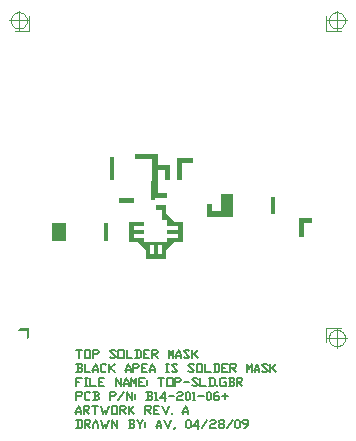
<source format=gbr>
G04 AutoGERB for AutoCAD 14/2000*
G04 RS274-X Output *
%FSLAX34Y34*%
%MOIN*%
%ADD12C,0.005000*%
%ADD13C,0.007000*%
%ADD14C,0.004500*%
%ADD15C,0.098000*%
%ADD16C,0.030000*%
%ADD17C,0.015000*%
%ADD18C,0.040000*%
%ADD19C,0.011904*%
G36*X-312Y0D02*X-396Y-90D01*X-90Y-90*X-90Y-396*X0Y-312*X0Y0*X-312Y0*G37*G54D14*X10248Y-75D02*X10206Y-78D01*X10166Y-87*X10126Y-104*X10090Y-126*X10058Y-153*X10031Y-185*X10008Y-221*X9992Y-260*X9982Y-302*X9978Y-343*G54D14*X9978Y-345D02*X9982Y-387D01*X9992Y-428*X10008Y-467*X10030Y-503*X10057Y-535*X10089Y-563*X10125Y-585*X10164Y-601*X10205Y-611*X10247Y-615*G54D14*X9900Y0D02*X10383Y0D01*G54D14*X10248Y-345D02*X9923Y-345D01*G54D14*X9900Y0D02*X9900Y-483D01*G54D14*X10248Y-615D02*X10291Y-611D01*X10331Y-601*X10371Y-585*X10407Y-563*X10439Y-536*X10466Y-504*X10489Y-468*X10505Y-429*X10515Y-388*X10518Y-346*G54D14*X10248Y-345D02*X10248Y-671D01*G54D14*X10518Y-345D02*X10515Y-302D01*X10505Y-261*X10490Y-222*X10467Y-186*X10440Y-154*X10408Y-127*X10372Y-104*X10333Y-88*X10292Y-78*X10250Y-75*G54D14*X10248Y-345D02*X10574Y-345D01*G54D14*X10248Y-345D02*X10248Y-19D01*G54D14*X-348Y10515D02*X-391Y10511D01*X-431Y10501*X-471Y10485*X-507Y10463*X-539Y10436*X-566Y10404*X-589Y10368*X-605Y10329*X-615Y10288*X-618Y10246*G54D14*X-618Y10245D02*X-615Y10202D01*X-605Y10161*X-590Y10122*X-567Y10086*X-540Y10054*X-508Y10027*X-472Y10004*X-433Y9988*X-392Y9978*X-350Y9975*G54D14*X-348Y10245D02*X-674Y10245D01*G54D14*X-348Y9975D02*X-306Y9978D01*X-266Y9987*X-226Y10004*X-190Y10026*X-158Y10053*X-131Y10085*X-108Y10121*X-92Y10160*X-82Y10202*X-78Y10243*G54D14*X-348Y10245D02*X-348Y9919D01*G54D14*X0Y9900D02*X0Y10383D01*G54D14*X0Y9900D02*X-483Y9900D01*G54D14*X-78Y10245D02*X-82Y10287D01*X-92Y10328*X-108Y10367*X-130Y10403*X-157Y10435*X-189Y10463*X-225Y10485*X-264Y10501*X-305Y10511*X-347Y10515*G54D14*X-348Y10245D02*X-23Y10245D01*G54D14*X-348Y10245D02*X-348Y10571D01*G54D14*X10518Y10245D02*X10515Y10287D01*X10505Y10328*X10490Y10367*X10467Y10403*X10440Y10435*X10408Y10463*X10372Y10485*X10333Y10501*X10292Y10511*X10250Y10515*G54D14*X10248Y9975D02*X10291Y9978D01*X10331Y9987*X10371Y10004*X10407Y10026*X10439Y10053*X10466Y10085*X10489Y10121*X10505Y10160*X10515Y10202*X10518Y10243*G54D14*X10248Y10245D02*X10574Y10245D01*G54D14*X9978Y10245D02*X9982Y
10202D01*X9992Y10161*X10008Y10122*X10030Y10086*X10057Y10054*X10089Y10027*X10125Y10004*X10164Y9988*X10205Y9978*X10247Y9975*G54D14*X10248Y10245D02*X10248Y9919D01*G54D14*X9900Y9900D02*X9900Y10383D01*G54D14*X9900Y9900D02*X10383Y9900D01*G54D14*X10248Y10515D02*X10206Y10511D01*X10166Y10501*X10126Y10485*X10090Y10463*X10058Y10436*X10031Y10404*X10008Y10368*X9992Y10329*X9982Y10288*X9978Y10246*G54D14*X10248Y10245D02*X9923Y10245D01*G54D14*X10248Y10245D02*X10248Y10571D01*G54D13*X1569Y-2874D02*X1569Y-2781D01*X1646Y-2594*X1723Y-2781*X1723Y-2874*G54D13*X1537Y-2797D02*X1723Y-2797D01*G54D13*X1816Y-2874D02*X1816Y-2594D01*X1956Y-2594*X2003Y-2641*X2003Y-2688*X1956Y-2735*X1816Y-2735*G54D13*X1863Y-2735D02*X2003Y-2874D01*G54D13*X2096Y-2594D02*X2283Y-2595D01*G54D13*X2190Y-2594D02*X2190Y-2874D01*G54D13*X2376Y-2594D02*X2470Y-2874D01*X2516Y-2735*X2563Y-2874*X2656Y-2594*G54D13*X2750Y-2874D02*X2750Y-2594D01*X2936Y-2594*X2936Y-2874*X2750Y-2874*G54D13*X3030Y-2874D02*X3030Y-2594D01*X3170Y-2594*X3216Y-2641*X3216Y-2688*X3170Y-2735*X3030Y-2735*G54D13*X3076Y-2735D02*X3216Y-2874D01*G54D13*X3310Y-2874D02*X3310Y-2594D01*G54D13*X3496Y-2594D02*X3356Y-2735D01*X3310Y-2735*G54D13*X3356Y-2735D02*X3496Y-2874D01*G54D13*X3870Y-2874D02*X3870Y-2594D01*X4010Y-2594*X4056Y-2641*X4056Y-2688*X4010Y-2735*X3870Y-2735*G54D13*X3916Y-2735D02*X4056Y-2874D01*G54D13*X4150Y-2874D02*X4150Y-2594D01*X4336Y-2594*G54D13*X4150Y-2734D02*X4243Y-2734D01*G54D13*X4150Y-2874D02*X4336Y-2874D01*G54D13*X4430Y-2594D02*X4546Y-2874D01*X4662Y-2594*G54D13*X4755Y-2874D02*X4755Y-2828D01*G54D13*X5128Y-2874D02*X5128Y-2781D01*X5206Y-2595*X5283Y-2781*X5283Y-2874*G54D13*X5096Y-2797D02*X5283Y-2797D01*G54D13*X1569Y-3341D02*X1709Y-3341D01*X1755Y-3295*X1755Y-3108*X1709Y-3061*X1569Y-3061*G54D13*X1615Y-3061D02*X1615Y-3341D01*G54D13*X1849Y-3341D02*X1849Y-3061D01*X1989Y-3061*X2035Y-3108*X2035Y-3155*X1989Y-3202*X1849Y-3202*G54D13*X1895Y-3202D02*X2035Y-3341D01*G54D13*X2129Y-3341D02*X2129Y-3248D01*X2206Y-3061*X2283Y-3248*X2283Y-3341*G54D13*X2096Y-3264D02*X2283Y-3264D0
1*G54D13*X2376Y-3061D02*X2470Y-3341D01*X2516Y-3202*X2563Y-3341*X2656Y-3061*G54D13*X2750Y-3341D02*X2750Y-3061D01*X2936Y-3341*X2936Y-3061*G54D13*X3310Y-3341D02*X3450Y-3341D01*X3496Y-3295*X3496Y-3248*X3450Y-3201*X3356Y-3201*G54D13*X3450Y-3201D02*X3496Y-3155D01*X3496Y-3108*X3450Y-3061*X3310Y-3061*G54D13*X3356Y-3061D02*X3356Y-3341D01*G54D13*X3590Y-3061D02*X3683Y-3201D01*X3683Y-3341*G54D13*X3683Y-3201D02*X3776Y-3061D01*G54D13*X3870Y-3155D02*X3870Y-3202D01*G54D13*X3870Y-3248D02*X3870Y-3295D01*G54D13*X4243Y-3341D02*X4243Y-3248D01*X4320Y-3061*X4398Y-3248*X4398Y-3341*G54D13*X4211Y-3264D02*X4398Y-3264D01*G54D13*X4491Y-3061D02*X4607Y-3341D01*X4723Y-3061*G54D13*X4863Y-3295D02*X4863Y-3341D01*X4816Y-3387*G54D13*X5283Y-3341D02*X5236Y-3295D01*X5236Y-3108*X5283Y-3061*X5330Y-3061*X5376Y-3108*X5376Y-3295*X5330Y-3341*X5283Y-3341*G54D13*X5656Y-3264D02*X5470Y-3264D01*X5610Y-3078*X5610Y-3357*G54D13*X5750Y-3341D02*X5936Y-3061D01*G54D13*X6030Y-3108D02*X6076Y-3061D01*X6170Y-3061*X6216Y-3108*X6216Y-3155*X6170Y-3202*X6076Y-3202*X6030Y-3248*X6030Y-3341*X6216Y-3341*G54D13*X6356Y-3341D02*X6310Y-3295D01*X6310Y-3248*X6356Y-3201*X6450Y-3201*X6496Y-3155*X6496Y-3108*X6450Y-3061*X6356Y-3061*X6310Y-3108*X6310Y-3155*X6356Y-3201*G54D13*X6450Y-3201D02*X6496Y-3248D01*X6496Y-3295*X6450Y-3341*X6356Y-3341*G54D13*X6590Y-3341D02*X6776Y-3061D01*G54D13*X6916Y-3341D02*X6870Y-3295D01*X6870Y-3108*X6916Y-3061*X6963Y-3061*X7010Y-3108*X7010Y-3295*X6963Y-3341*X6916Y-3341*G54D13*X7150Y-3341D02*X7196Y-3341D01*X7290Y-3248*X7290Y-3108*X7243Y-3061*X7150Y-3061*X7103Y-3108*X7103Y-3155*X7150Y-3201*X7290Y-3201*G54D13*X1569Y-2408D02*X1569Y-2128D01*X1709Y-2129*X1755Y-2175*X1755Y-2222*X1709Y-2269*X1569Y-2269*G54D13*X2035Y-2362D02*X1989Y-2408D01*X1895Y-2408*X1849Y-2362*X1849Y-2175*X1895Y-2128*X1989Y-2128*X2035Y-2175*G54D13*X2129Y-2408D02*X2269Y-2408D01*X2315Y-2362*X2315Y-2315*X2269Y-2268*X2175Y-2268*G54D13*X2269Y-2268D02*X2315Y-2222D01*X2315Y-2175*X2269Y-2128*X2129Y-2128*G54D13*X2175Y-2128D02*X2175Y-2408D01*G54D13*X2689Y-2408D02*X2689
Y-2128D01*X2829Y-2128*X2875Y-2175*X2875Y-2222*X2829Y-2269*X2689Y-2269*G54D13*X2969Y-2408D02*X3155Y-2128D01*G54D13*X3249Y-2408D02*X3249Y-2128D01*X3435Y-2408*X3435Y-2128*G54D13*X3529Y-2222D02*X3529Y-2269D01*G54D13*X3529Y-2315D02*X3529Y-2362D01*G54D13*X3902Y-2408D02*X4042Y-2408D01*X4089Y-2362*X4089Y-2315*X4042Y-2268*X3949Y-2268*G54D13*X4042Y-2268D02*X4089Y-2222D01*X4089Y-2175*X4042Y-2128*X3902Y-2128*G54D13*X3948Y-2128D02*X3949Y-2408D01*G54D13*X4182Y-2175D02*X4229Y-2128D01*X4229Y-2408*G54D13*X4182Y-2408D02*X4275Y-2408D01*G54D13*X4555Y-2331D02*X4369Y-2331D01*X4509Y-2145*X4509Y-2424*G54D13*X4649Y-2268D02*X4835Y-2268D01*G54D13*X4929Y-2175D02*X4975Y-2128D01*X5069Y-2128*X5115Y-2175*X5115Y-2222*X5069Y-2269*X4975Y-2269*X4929Y-2315*X4929Y-2408*X5115Y-2408*G54D13*X5255Y-2408D02*X5209Y-2362D01*X5209Y-2175*X5255Y-2128*X5302Y-2128*X5349Y-2175*X5349Y-2362*X5302Y-2408*X5255Y-2408*G54D13*X5442Y-2175D02*X5489Y-2128D01*X5489Y-2408*G54D13*X5442Y-2408D02*X5535Y-2408D01*G54D13*X5629Y-2268D02*X5815Y-2268D01*G54D13*X5955Y-2408D02*X5909Y-2362D01*X5909Y-2175*X5955Y-2128*X6002Y-2128*X6049Y-2175*X6049Y-2362*X6002Y-2408*X5955Y-2408*G54D13*X6142Y-2268D02*X6282Y-2268D01*X6329Y-2315*X6328Y-2362*X6282Y-2408*X6189Y-2408*X6142Y-2362*X6142Y-2222*X6235Y-2128*X6282Y-2128*G54D13*X6515Y-2370D02*X6515Y-2183D01*G54D13*X6609Y-2277D02*X6422Y-2277D01*G54D13*X1569Y-1941D02*X1569Y-1661D01*X1755Y-1661*G54D13*X1569Y-1801D02*X1662Y-1801D01*G54D13*X1849Y-1661D02*X1942Y-1662D01*G54D13*X1895Y-1661D02*X1895Y-1941D01*G54D13*X1849Y-1941D02*X1942Y-1941D01*G54D13*X2035Y-1661D02*X2035Y-1941D01*X2222Y-1941*G54D13*X2315Y-1941D02*X2315Y-1661D01*X2502Y-1661*G54D13*X2315Y-1801D02*X2409Y-1801D01*G54D13*X2315Y-1941D02*X2502Y-1941D01*G54D13*X2875Y-1941D02*X2875Y-1661D01*X3062Y-1941*X3062Y-1661*G54D13*X3155Y-1941D02*X3155Y-1848D01*X3232Y-1661*X3310Y-1848*X3310Y-1941*G54D13*X3123Y-1864D02*X3310Y-1864D01*G54D13*X3403Y-1941D02*X3403Y-1661D01*X3480Y-1848*X3558Y-1661*X3558Y-1941*G54D13*X3651Y-1941D02*X3651Y-1661D01*X3838Y-1661*G54D13*X3651
Y-1802D02*X3744Y-1801D01*G54D13*X3651Y-1941D02*X3838Y-1941D01*G54D13*X3931Y-1755D02*X3931Y-1801D01*G54D13*X3931Y-1848D02*X3931Y-1895D01*G54D13*X4304Y-1661D02*X4491Y-1661D01*G54D13*X4398Y-1661D02*X4398Y-1941D01*G54D13*X4584Y-1941D02*X4584Y-1661D01*X4771Y-1661*X4771Y-1941*X4584Y-1941*G54D13*X4864Y-1941D02*X4864Y-1661D01*X5004Y-1661*X5051Y-1708*X5051Y-1755*X5004Y-1802*X4864Y-1802*G54D13*X5144Y-1801D02*X5331Y-1801D01*G54D13*X5424Y-1895D02*X5471Y-1941D01*X5564Y-1941*X5611Y-1895*X5424Y-1708*X5471Y-1661*X5564Y-1661*X5611Y-1708*G54D13*X5704Y-1662D02*X5704Y-1941D01*X5891Y-1941*G54D13*X5984Y-1941D02*X6124Y-1941D01*X6171Y-1895*X6171Y-1708*X6124Y-1661*X5984Y-1661*G54D13*X6031Y-1661D02*X6031Y-1941D01*G54D13*X6264Y-1941D02*X6264Y-1895D01*G54D13*X6498Y-1801D02*X6544Y-1801D01*X6544Y-1941*X6404Y-1941*X6358Y-1895*X6358Y-1708*X6404Y-1661*X6544Y-1661*G54D13*X6638Y-1941D02*X6778Y-1941D01*X6824Y-1895*X6824Y-1848*X6778Y-1801*X6684Y-1801*G54D13*X6778Y-1801D02*X6824Y-1755D01*X6824Y-1708*X6778Y-1661*X6638Y-1661*G54D13*X6684Y-1661D02*X6684Y-1941D01*G54D13*X6918Y-1941D02*X6918Y-1661D01*X7058Y-1661*X7104Y-1708*X7104Y-1755*X7058Y-1802*X6918Y-1802*G54D13*X6964Y-1802D02*X7104Y-1941D01*G54D13*X1569Y-1474D02*X1709Y-1474D01*X1755Y-1428*X1755Y-1381*X1709Y-1334*X1615Y-1334*G54D13*X1709Y-1334D02*X1755Y-1288D01*X1755Y-1241*X1709Y-1194*X1569Y-1194*G54D13*X1615Y-1194D02*X1615Y-1474D01*G54D13*X1849Y-1194D02*X1849Y-1474D01*X2035Y-1474*G54D13*X2129Y-1474D02*X2129Y-1381D01*X2206Y-1194*X2283Y-1381*X2283Y-1474*G54D13*X2096Y-1397D02*X2283Y-1397D01*G54D13*X2563Y-1428D02*X2516Y-1474D01*X2423Y-1474*X2376Y-1428*X2376Y-1241*X2423Y-1194*X2516Y-1194*X2563Y-1241*G54D13*X2656Y-1474D02*X2656Y-1194D01*G54D13*X2843Y-1195D02*X2703Y-1335D01*X2656Y-1335*G54D13*X2703Y-1335D02*X2843Y-1474D01*G54D13*X3216Y-1474D02*X3216Y-1381D01*X3294Y-1194*X3371Y-1381*X3371Y-1474*G54D13*X3184Y-1397D02*X3371Y-1397D01*G54D13*X3464Y-1474D02*X3464Y-1194D01*X3604Y-1194*X3651Y-1241*X3651Y-1288*X3604Y-1335*X3464Y-1335*G54D13*X3511Y-1335D02*X3651Y-1474D0
1*G54D13*X3744Y-1474D02*X3744Y-1194D01*X3931Y-1194*G54D13*X3744Y-1334D02*X3838Y-1334D01*G54D13*X3744Y-1474D02*X3931Y-1474D01*G54D13*X4024Y-1474D02*X4024Y-1381D01*X4102Y-1194*X4179Y-1381*X4179Y-1474*G54D13*X3992Y-1397D02*X4179Y-1397D01*G54D13*X4552Y-1194D02*X4646Y-1194D01*G54D13*X4599Y-1194D02*X4599Y-1474D01*G54D13*X4552Y-1474D02*X4646Y-1474D01*G54D13*X4739Y-1428D02*X4786Y-1474D01*X4879Y-1474*X4926Y-1428*X4739Y-1241*X4786Y-1194*X4879Y-1194*X4926Y-1241*G54D13*X5299Y-1428D02*X5346Y-1474D01*X5439Y-1474*X5486Y-1428*X5299Y-1241*X5346Y-1194*X5439Y-1194*X5486Y-1241*G54D13*X5579Y-1474D02*X5579Y-1194D01*X5766Y-1194*X5766Y-1474*X5579Y-1474*G54D13*X5859Y-1195D02*X5859Y-1474D01*X6046Y-1474*G54D13*X6139Y-1474D02*X6279Y-1474D01*X6326Y-1428*X6326Y-1241*X6279Y-1194*X6139Y-1194*G54D13*X6186Y-1194D02*X6186Y-1474D01*G54D13*X6419Y-1474D02*X6419Y-1194D01*X6606Y-1195*G54D13*X6419Y-1334D02*X6512Y-1334D01*G54D13*X6419Y-1474D02*X6606Y-1474D01*G54D13*X6699Y-1474D02*X6699Y-1194D01*X6839Y-1194*X6886Y-1241*X6886Y-1288*X6839Y-1335*X6699Y-1335*G54D13*X6746Y-1335D02*X6886Y-1474D01*G54D13*X7259Y-1474D02*X7259Y-1194D01*X7336Y-1381*X7414Y-1194*X7414Y-1474*G54D13*X7507Y-1474D02*X7507Y-1381D01*X7584Y-1195*X7662Y-1381*X7662Y-1474*G54D13*X7475Y-1397D02*X7662Y-1397D01*G54D13*X7755Y-1428D02*X7802Y-1474D01*X7895Y-1474*X7942Y-1428*X7755Y-1241*X7802Y-1194*X7895Y-1194*X7942Y-1241*G54D13*X8035Y-1474D02*X8035Y-1194D01*G54D13*X8222Y-1194D02*X8082Y-1335D01*X8035Y-1335*G54D13*X8082Y-1335D02*X8222Y-1474D01*G54D13*X1569Y-728D02*X1755Y-728D01*G54D13*X1662Y-728D02*X1662Y-1008D01*G54D13*X1849Y-1008D02*X1849Y-728D01*X2035Y-728*X2035Y-1008*X1849Y-1008*G54D13*X2129Y-1008D02*X2129Y-729D01*X2269Y-728*X2315Y-775*X2315Y-822*X2269Y-869*X2129Y-869*G54D13*X2689Y-962D02*X2735Y-1008D01*X2829Y-1008*X2875Y-962*X2689Y-775*X2735Y-728*X2829Y-728*X2875Y-775*G54D13*X2969Y-1008D02*X2969Y-728D01*X3155Y-728*X3155Y-1008*X2969Y-1008*G54D13*X3249Y-728D02*X3249Y-1008D01*X3435Y-1008*G54D13*X3529Y-1008D02*X3669Y-1008D01*X3715Y-962*X3715Y-775*X3669Y
-728*X3529Y-728*G54D13*X3575Y-728D02*X3575Y-1008D01*G54D13*X3809Y-1008D02*X3809Y-728D01*X3995Y-728*G54D13*X3809Y-868D02*X3902Y-868D01*G54D13*X3809Y-1008D02*X3995Y-1008D01*G54D13*X4089Y-1008D02*X4089Y-729D01*X4229Y-728*X4275Y-775*X4275Y-822*X4229Y-869*X4089Y-869*G54D13*X4135Y-869D02*X4275Y-1008D01*G54D13*X4649Y-1008D02*X4649Y-728D01*X4726Y-915*X4803Y-728*X4803Y-1008*G54D13*X4896Y-1008D02*X4896Y-915D01*X4974Y-728*X5051Y-915*X5051Y-1008*G54D13*X4864Y-931D02*X5051Y-931D01*G54D13*X5144Y-962D02*X5191Y-1008D01*X5284Y-1008*X5331Y-962*X5144Y-775*X5191Y-728*X5284Y-728*X5331Y-775*G54D13*X5424Y-1008D02*X5424Y-729D01*G54D13*X5611Y-728D02*X5471Y-869D01*X5424Y-869*G54D13*X5471Y-869D02*X5611Y-1008D01*G36*X4285Y2521D02*X4285Y2460D01*X4405Y2460*X4405Y2519*X4555Y2519*X4555Y2310*X3875Y2310*X3875Y2610*X3626Y2860*X3325Y2860*X3325Y3540*X3833Y3540*X3833Y3390*X3475Y3390*X3475Y3270*X3833Y3270*X3833Y3130*X3475Y3130*X3475Y3010*X3833Y3010*X3833Y2865*X4598Y2865*X4598Y3010*X4955Y3010*X4955Y3130*X4598Y3130*X4598Y3270*X4955Y3270*X4955Y3390*X4598Y3390*X4598Y3582*X4405Y3582*X4405Y3940*X4215Y3940*X4215Y4090*X4555Y4090*X4555Y3841*X4856Y3540*X5105Y3540*X5105Y2860*X4805Y2860*X4555Y2610*X4555Y2529*X4405Y2529*X4405Y2770*X4285Y2770*X4285Y2531*X4145Y2531*X4145Y2770*X4025Y2770*X4025Y2460*X4145Y2460*X4145Y2521*X4285Y2521*G37*G36*X4200Y4340D02*X4595Y4340D01*X4595Y4490*X4285Y4490*X4285Y5270*X4525Y5270*X4525Y4930*X4675Y4930*X4675Y5420*X4285Y5420*X4285Y5780*X3509Y5780*X3509Y5630*X4089Y5630*X4089Y4930*X4050Y4830*X4050Y4257*X4200Y4257*X4200Y4340*G37*G36*X750Y3490D02*X1213Y3490D01*X1213Y2910*X750Y2910*X750Y3490*G37*G36*X2996Y4177D02*X3490Y4177D01*X3490Y4327*X2996Y4327*X2996Y4177*G37*G36*X2623Y3490D02*X2473Y3490D01*X2473Y2910*X2623Y2910*X2623Y3490*G37*G36*X2679Y4930D02*X2679Y5700D01*X2829Y5700*X2829Y4930*X2679Y4930*G37*G36*X4405Y2529D02*X4555Y2529D01*X4555Y2519*X4405Y2519*X4405Y2529*G37*G36*X4145Y2531D02*X4285Y2531D01*X4285Y2521*X4145Y2521*X4145Y2531*G37*G36*X6078Y3900D02*X6078Y4122D01*X5928Y4122*X5928Y3685*X6778Y3685
*X6778Y4470*X6378Y4470*X6378Y3900*X6078Y3900*G37*G36*X4928Y5650D02*X5448Y5650D01*X5448Y5500*X5078Y5500*X5078Y4930*X4928Y4930*X4928Y5650*G37*G36*X8038Y4360D02*X8188Y4360D01*X8188Y3780*X8038Y3780*X8038Y4360*G37*G36*X9150Y3040D02*X9150Y3500D01*X9424Y3500*X9424Y3650*X9000Y3650*X9000Y3040*X9150Y3040*G37*M02*

	THIS DOCUMENT AND ITS CONTENTS ARE OWNED BY, AND ARE
THE CONFIDENTIAL AND PROPRIETARY INFORMATION OF, MINI-CIRCUITS
("CONFIDENTIAL INFORMATION") AND MINI-CIRCUITS RESERVES ALL
DESIGN, USE, MANUFACTURING AND REPRODUCTION RIGHTS THERETO.
UNLESS OTHERWISE EXPRESSLY AGREED TO IN WRITING BY MINI-
CIRCUITS, THE CONFIDENTIAL INFROMATION WILL: (i) BE USED BY MINI-
CIRCUITS' VENDORS, VENDEES, OR THE UNITED STATES GOVERNMENT
("RECEIVING PARTY") SOLELY TO PROMOTE THE COMMERCIAL
RELATIONSHIP BETWEEN RECEIVING PARTY AND MINI-CIRCUITS
("PURPOSE") AND THEN ONLY TO THE EXTENT SPECIFIED BY MINI-
CIRCUITS; (ii) NOT BE USED FOR ANY OTHER PURPOSE AND NOT BE USED
IN ANY WAY DETRIMENTAL TO MINI-CIRCUITS OR TO COMPETE AGAINST
MINI-CIRCUITS; AND (iii) BE KEPT CONFIDENTIAL BY THE RECEIVING PARTY
AND RECEIVING PARTY AGREES NOT TO DISCLOSE THE CONFIDENTIAL
INFORMATION TO ANY THIRD PARTY.

</source>
